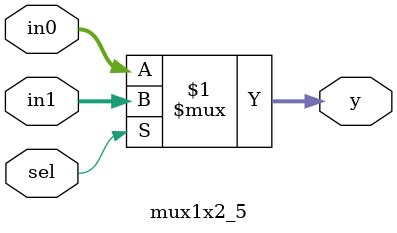
<source format=v>
`timescale 1ns / 1ps


module mux1x2(y, in0, in1, sel);
output [31:0] y;
input [31:0] in1, in0;
input sel;

assign y = sel? in1 : in0;

endmodule

module mux1x2_5(y, in0, in1, sel);
output [4:0] y;
input [4:0] in1, in0;
input sel;

assign y = sel? in1 : in0;

endmodule

</source>
